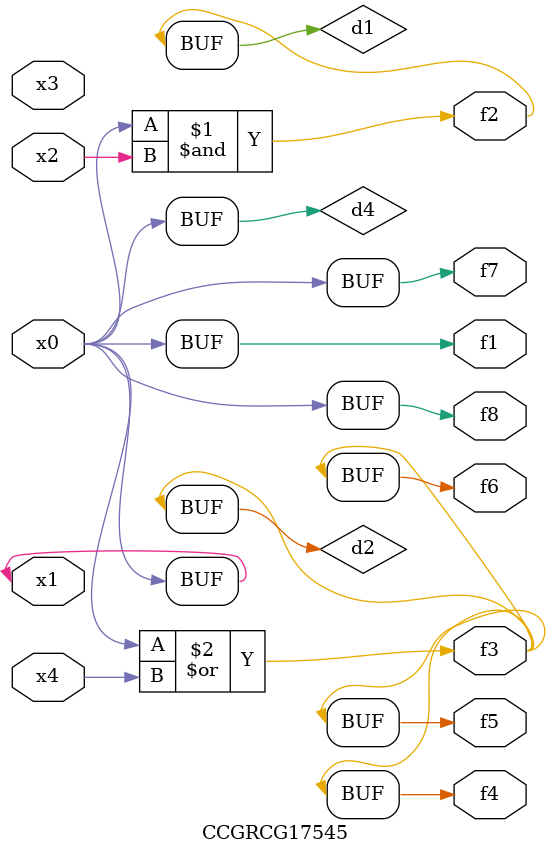
<source format=v>
module CCGRCG17545(
	input x0, x1, x2, x3, x4,
	output f1, f2, f3, f4, f5, f6, f7, f8
);

	wire d1, d2, d3, d4;

	and (d1, x0, x2);
	or (d2, x0, x4);
	nand (d3, x0, x2);
	buf (d4, x0, x1);
	assign f1 = d4;
	assign f2 = d1;
	assign f3 = d2;
	assign f4 = d2;
	assign f5 = d2;
	assign f6 = d2;
	assign f7 = d4;
	assign f8 = d4;
endmodule

</source>
